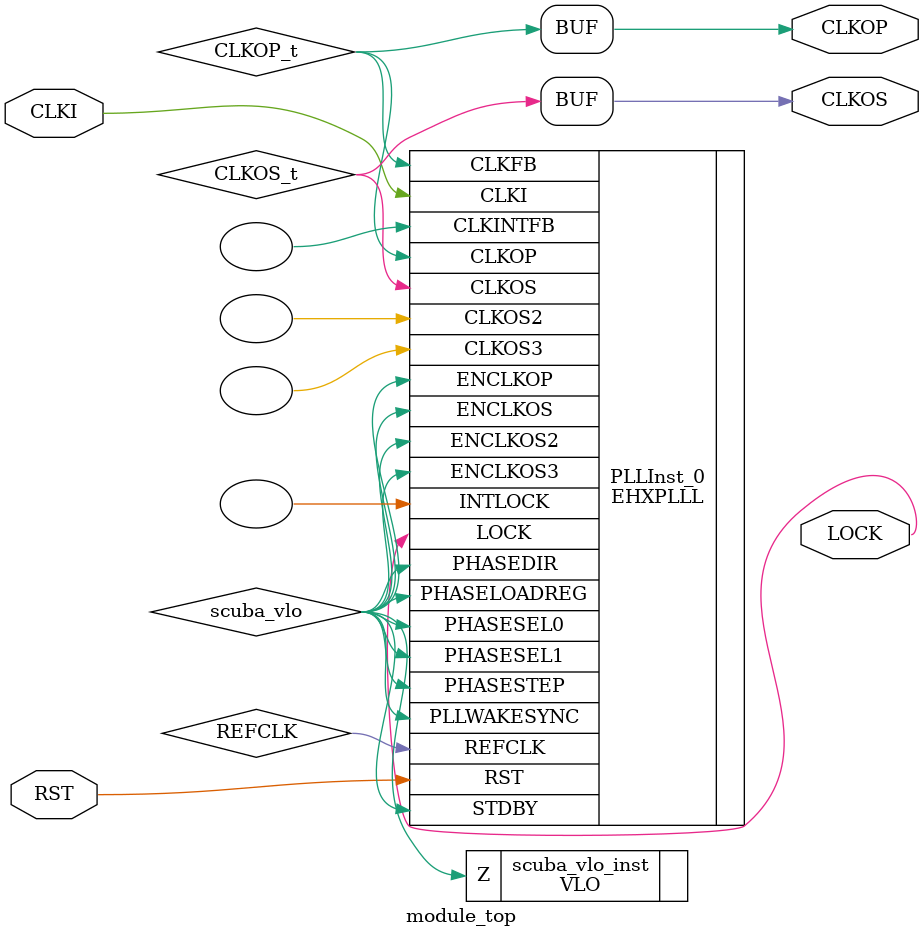
<source format=v>
/* Verilog netlist generated by SCUBA Diamond Version 3.4.0.78 */
/* Module Version: 5.7 */
/* C:\lscc\diamond\3.4\ispfpga\bin\nt\scuba.exe -w -n module_top -lang verilog -synth synplify -bus_exp 7 -bb -arch sa5p00m -type pll -fin 20.00 -fclkop 100.00 -fclkop_tol 0.0 -fclkos 100.00 -fclkos_tol 0.0 -phases 90 -phase_cntl STATIC -rst -lock -fb_mode 1 -fdc C:/Users/jwang1/Desktop/module/module/module_top/dd/module_top/module_top.fdc  */
/* Thu Jan 15 16:05:13 2015 */


`timescale 1 ns / 1 ps
module module_top (CLKI, RST, CLKOP, CLKOS, LOCK)/* synthesis syn_noprune=1 *//* synthesis NGD_DRC_MASK=1 */;// exemplar attribute module_top dont_touch true 
    input wire CLKI;
    input wire RST;
    output wire CLKOP;
    output wire CLKOS;
    output wire LOCK;

    wire REFCLK;
    wire CLKOS_t;
    wire CLKOP_t;
    wire scuba_vhi;
    wire scuba_vlo;

    VHI scuba_vhi_inst (.Z(scuba_vhi));

    VLO scuba_vlo_inst (.Z(scuba_vlo));

    defparam PLLInst_0.PLLRST_ENA = "ENABLED" ;
    defparam PLLInst_0.INTFB_WAKE = "DISABLED" ;
    defparam PLLInst_0.STDBY_ENABLE = "DISABLED" ;
    defparam PLLInst_0.DPHASE_SOURCE = "DISABLED" ;
    defparam PLLInst_0.CLKOS3_FPHASE = 0 ;
    defparam PLLInst_0.CLKOS3_CPHASE = 0 ;
    defparam PLLInst_0.CLKOS2_FPHASE = 0 ;
    defparam PLLInst_0.CLKOS2_CPHASE = 0 ;
    defparam PLLInst_0.CLKOS_FPHASE = 4 ;
    defparam PLLInst_0.CLKOS_CPHASE = 6 ;
    defparam PLLInst_0.CLKOP_FPHASE = 0 ;
    defparam PLLInst_0.CLKOP_CPHASE = 5 ;
    defparam PLLInst_0.PLL_LOCK_MODE = 0 ;
    defparam PLLInst_0.CLKOS_TRIM_DELAY = 0 ;
    defparam PLLInst_0.CLKOS_TRIM_POL = "FALLING" ;
    defparam PLLInst_0.CLKOP_TRIM_DELAY = 0 ;
    defparam PLLInst_0.CLKOP_TRIM_POL = "FALLING" ;
    defparam PLLInst_0.OUTDIVIDER_MUXD = "DIVD" ;
    defparam PLLInst_0.CLKOS3_ENABLE = "DISABLED" ;
    defparam PLLInst_0.OUTDIVIDER_MUXC = "DIVC" ;
    defparam PLLInst_0.CLKOS2_ENABLE = "DISABLED" ;
    defparam PLLInst_0.OUTDIVIDER_MUXB = "DIVB" ;
    defparam PLLInst_0.CLKOS_ENABLE = "ENABLED" ;
    defparam PLLInst_0.OUTDIVIDER_MUXA = "DIVA" ;
    defparam PLLInst_0.CLKOP_ENABLE = "ENABLED" ;
    defparam PLLInst_0.CLKOS3_DIV = 1 ;
    defparam PLLInst_0.CLKOS2_DIV = 1 ;
    defparam PLLInst_0.CLKOS_DIV = 6 ;
    defparam PLLInst_0.CLKOP_DIV = 6 ;
    defparam PLLInst_0.CLKFB_DIV = 5 ;
    defparam PLLInst_0.CLKI_DIV = 1 ;
    defparam PLLInst_0.FEEDBK_PATH = "CLKOP" ;
    EHXPLLL PLLInst_0 (.CLKI(CLKI), .CLKFB(CLKOP_t), .PHASESEL1(scuba_vlo), 
        .PHASESEL0(scuba_vlo), .PHASEDIR(scuba_vlo), .PHASESTEP(scuba_vlo), 
        .PHASELOADREG(scuba_vlo), .STDBY(scuba_vlo), .PLLWAKESYNC(scuba_vlo), 
        .RST(RST), .ENCLKOP(scuba_vlo), .ENCLKOS(scuba_vlo), .ENCLKOS2(scuba_vlo), 
        .ENCLKOS3(scuba_vlo), .CLKOP(CLKOP_t), .CLKOS(CLKOS_t), .CLKOS2(), 
        .CLKOS3(), .LOCK(LOCK), .INTLOCK(), .REFCLK(REFCLK), .CLKINTFB())
             /* synthesis FREQUENCY_PIN_CLKOS="100.000000" */
             /* synthesis FREQUENCY_PIN_CLKOP="100.000000" */
             /* synthesis FREQUENCY_PIN_CLKI="20.000000" */
             /* synthesis ICP_CURRENT="9" */
             /* synthesis LPF_RESISTOR="8" */;

    assign CLKOS = CLKOS_t;
    assign CLKOP = CLKOP_t;


    // exemplar begin
    // exemplar attribute PLLInst_0 FREQUENCY_PIN_CLKOS 100.000000
    // exemplar attribute PLLInst_0 FREQUENCY_PIN_CLKOP 100.000000
    // exemplar attribute PLLInst_0 FREQUENCY_PIN_CLKI 20.000000
    // exemplar attribute PLLInst_0 ICP_CURRENT 9
    // exemplar attribute PLLInst_0 LPF_RESISTOR 8
    // exemplar end

endmodule

</source>
